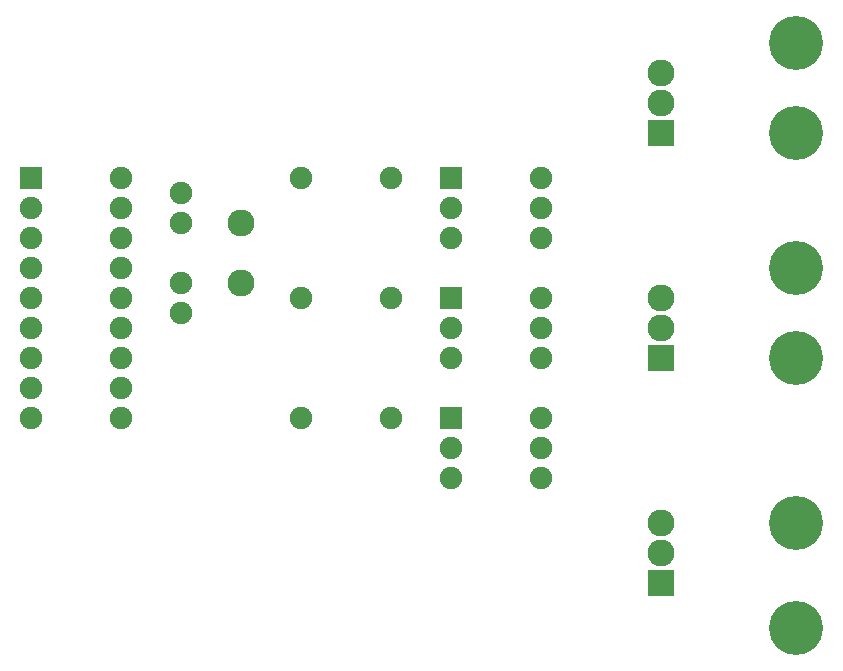
<source format=gts>
G04 (created by PCBNEW-RS274X (2012-apr-16-27)-stable) date lun 31 mar 2014 00:38:12 ART*
G01*
G70*
G90*
%MOIN*%
G04 Gerber Fmt 3.4, Leading zero omitted, Abs format*
%FSLAX34Y34*%
G04 APERTURE LIST*
%ADD10C,0.006000*%
%ADD11C,0.090000*%
%ADD12R,0.090000X0.090000*%
%ADD13C,0.075000*%
%ADD14R,0.075000X0.075000*%
%ADD15C,0.180000*%
G04 APERTURE END LIST*
G54D10*
G54D11*
X49500Y-20000D03*
X49500Y-21000D03*
G54D12*
X49500Y-22000D03*
G54D11*
X49500Y-27500D03*
X49500Y-28500D03*
G54D12*
X49500Y-29500D03*
G54D11*
X49500Y-35000D03*
X49500Y-36000D03*
G54D12*
X49500Y-37000D03*
G54D13*
X37500Y-23500D03*
X40500Y-23500D03*
X37500Y-27500D03*
X40500Y-27500D03*
X37500Y-31500D03*
X40500Y-31500D03*
G54D14*
X42500Y-23500D03*
G54D13*
X42500Y-24500D03*
X42500Y-25500D03*
X45500Y-25500D03*
X45500Y-24500D03*
X45500Y-23500D03*
G54D14*
X42500Y-27500D03*
G54D13*
X42500Y-28500D03*
X42500Y-29500D03*
X45500Y-29500D03*
X45500Y-28500D03*
X45500Y-27500D03*
G54D14*
X42500Y-31500D03*
G54D13*
X42500Y-32500D03*
X42500Y-33500D03*
X45500Y-33500D03*
X45500Y-32500D03*
X45500Y-31500D03*
G54D14*
X28500Y-23500D03*
G54D13*
X28500Y-24500D03*
X28500Y-25500D03*
X28500Y-26500D03*
X28500Y-27500D03*
X28500Y-28500D03*
X28500Y-29500D03*
X28500Y-30500D03*
X28500Y-31500D03*
X31500Y-31500D03*
X31500Y-30500D03*
X31500Y-29500D03*
X31500Y-28500D03*
X31500Y-27500D03*
X31500Y-26500D03*
X31500Y-25500D03*
X31500Y-24500D03*
X31500Y-23500D03*
G54D15*
X54000Y-19000D03*
X54000Y-22000D03*
X54000Y-26500D03*
X54000Y-29500D03*
X54000Y-35000D03*
X54000Y-38500D03*
G54D11*
X35500Y-27000D03*
X35500Y-25000D03*
G54D13*
X33500Y-25000D03*
X33500Y-24000D03*
X33500Y-27000D03*
X33500Y-28000D03*
M02*

</source>
